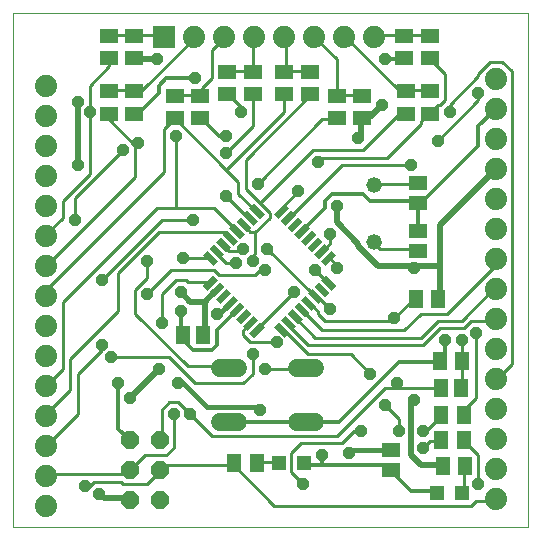
<source format=gtl>
G75*
%MOIN*%
%OFA0B0*%
%FSLAX25Y25*%
%IPPOS*%
%LPD*%
%AMOC8*
5,1,8,0,0,1.08239X$1,22.5*
%
%ADD10C,0.00000*%
%ADD11R,0.05906X0.05118*%
%ADD12R,0.05118X0.05906*%
%ADD13OC8,0.06102*%
%ADD14C,0.07400*%
%ADD15R,0.04724X0.04724*%
%ADD16R,0.05000X0.02200*%
%ADD17R,0.02200X0.05000*%
%ADD18C,0.05200*%
%ADD19R,0.05118X0.06299*%
%ADD20C,0.06000*%
%ADD21R,0.07400X0.07400*%
%ADD22R,0.06299X0.05118*%
%ADD23C,0.02000*%
%ADD24OC8,0.04000*%
%ADD25C,0.01200*%
%ADD26C,0.01600*%
%ADD27C,0.01000*%
D10*
X0001800Y0001800D02*
X0001800Y0173261D01*
X0173501Y0173261D01*
X0173501Y0001800D01*
X0001800Y0001800D01*
D11*
X0127800Y0020954D03*
X0127800Y0027646D03*
X0136800Y0093954D03*
X0136800Y0100646D03*
X0136800Y0109954D03*
X0136800Y0116646D03*
D12*
X0144454Y0048300D03*
X0151146Y0048300D03*
X0065146Y0065800D03*
X0058454Y0065800D03*
D13*
X0050800Y0030800D03*
X0050800Y0020800D03*
X0050800Y0010800D03*
X0040800Y0010800D03*
X0040800Y0020800D03*
X0040800Y0030800D03*
D14*
X0012800Y0028800D03*
X0012800Y0018800D03*
X0012800Y0008800D03*
X0012800Y0038800D03*
X0012800Y0048800D03*
X0012800Y0058800D03*
X0012800Y0068800D03*
X0012800Y0078800D03*
X0012800Y0088800D03*
X0012800Y0098800D03*
X0012800Y0108800D03*
X0012800Y0118800D03*
X0012800Y0128800D03*
X0012800Y0138800D03*
X0012800Y0148800D03*
X0062300Y0165300D03*
X0072300Y0165300D03*
X0082300Y0165300D03*
X0092300Y0165300D03*
X0102300Y0165300D03*
X0112300Y0165300D03*
X0122300Y0165300D03*
X0162800Y0151300D03*
X0162800Y0141300D03*
X0162800Y0131300D03*
X0162800Y0121300D03*
X0162800Y0111300D03*
X0162800Y0101300D03*
X0162800Y0091300D03*
X0162800Y0081300D03*
X0162800Y0071300D03*
X0162800Y0061300D03*
X0162800Y0051300D03*
X0162800Y0041300D03*
X0162800Y0031300D03*
X0162800Y0021300D03*
X0162800Y0011300D03*
D15*
X0151434Y0013300D03*
X0143166Y0013300D03*
X0098934Y0023300D03*
X0090666Y0023300D03*
D16*
G36*
X0080600Y0066566D02*
X0084134Y0070100D01*
X0085690Y0068544D01*
X0082156Y0065010D01*
X0080600Y0066566D01*
G37*
G36*
X0078373Y0068793D02*
X0081907Y0072327D01*
X0083463Y0070771D01*
X0079929Y0067237D01*
X0078373Y0068793D01*
G37*
G36*
X0076146Y0071020D02*
X0079680Y0074554D01*
X0081236Y0072998D01*
X0077702Y0069464D01*
X0076146Y0071020D01*
G37*
G36*
X0073918Y0073247D02*
X0077452Y0076781D01*
X0079008Y0075225D01*
X0075474Y0071691D01*
X0073918Y0073247D01*
G37*
G36*
X0071691Y0075474D02*
X0075225Y0079008D01*
X0076781Y0077452D01*
X0073247Y0073918D01*
X0071691Y0075474D01*
G37*
G36*
X0069464Y0077702D02*
X0072998Y0081236D01*
X0074554Y0079680D01*
X0071020Y0076146D01*
X0069464Y0077702D01*
G37*
G36*
X0067237Y0079929D02*
X0070771Y0083463D01*
X0072327Y0081907D01*
X0068793Y0078373D01*
X0067237Y0079929D01*
G37*
G36*
X0065010Y0082156D02*
X0068544Y0085690D01*
X0070100Y0084134D01*
X0066566Y0080600D01*
X0065010Y0082156D01*
G37*
G36*
X0088910Y0106056D02*
X0092444Y0109590D01*
X0094000Y0108034D01*
X0090466Y0104500D01*
X0088910Y0106056D01*
G37*
G36*
X0091137Y0103829D02*
X0094671Y0107363D01*
X0096227Y0105807D01*
X0092693Y0102273D01*
X0091137Y0103829D01*
G37*
G36*
X0093364Y0101602D02*
X0096898Y0105136D01*
X0098454Y0103580D01*
X0094920Y0100046D01*
X0093364Y0101602D01*
G37*
G36*
X0095592Y0099375D02*
X0099126Y0102909D01*
X0100682Y0101353D01*
X0097148Y0097819D01*
X0095592Y0099375D01*
G37*
G36*
X0097819Y0097148D02*
X0101353Y0100682D01*
X0102909Y0099126D01*
X0099375Y0095592D01*
X0097819Y0097148D01*
G37*
G36*
X0100046Y0094920D02*
X0103580Y0098454D01*
X0105136Y0096898D01*
X0101602Y0093364D01*
X0100046Y0094920D01*
G37*
G36*
X0102273Y0092693D02*
X0105807Y0096227D01*
X0107363Y0094671D01*
X0103829Y0091137D01*
X0102273Y0092693D01*
G37*
G36*
X0104500Y0090466D02*
X0108034Y0094000D01*
X0109590Y0092444D01*
X0106056Y0088910D01*
X0104500Y0090466D01*
G37*
D17*
G36*
X0104500Y0084134D02*
X0106056Y0085690D01*
X0109590Y0082156D01*
X0108034Y0080600D01*
X0104500Y0084134D01*
G37*
G36*
X0102273Y0081907D02*
X0103829Y0083463D01*
X0107363Y0079929D01*
X0105807Y0078373D01*
X0102273Y0081907D01*
G37*
G36*
X0100046Y0079680D02*
X0101602Y0081236D01*
X0105136Y0077702D01*
X0103580Y0076146D01*
X0100046Y0079680D01*
G37*
G36*
X0097819Y0077452D02*
X0099375Y0079008D01*
X0102909Y0075474D01*
X0101353Y0073918D01*
X0097819Y0077452D01*
G37*
G36*
X0095592Y0075225D02*
X0097148Y0076781D01*
X0100682Y0073247D01*
X0099126Y0071691D01*
X0095592Y0075225D01*
G37*
G36*
X0093364Y0072998D02*
X0094920Y0074554D01*
X0098454Y0071020D01*
X0096898Y0069464D01*
X0093364Y0072998D01*
G37*
G36*
X0091137Y0070771D02*
X0092693Y0072327D01*
X0096227Y0068793D01*
X0094671Y0067237D01*
X0091137Y0070771D01*
G37*
G36*
X0088910Y0068544D02*
X0090466Y0070100D01*
X0094000Y0066566D01*
X0092444Y0065010D01*
X0088910Y0068544D01*
G37*
G36*
X0065010Y0092444D02*
X0066566Y0094000D01*
X0070100Y0090466D01*
X0068544Y0088910D01*
X0065010Y0092444D01*
G37*
G36*
X0067237Y0094671D02*
X0068793Y0096227D01*
X0072327Y0092693D01*
X0070771Y0091137D01*
X0067237Y0094671D01*
G37*
G36*
X0069464Y0096898D02*
X0071020Y0098454D01*
X0074554Y0094920D01*
X0072998Y0093364D01*
X0069464Y0096898D01*
G37*
G36*
X0071691Y0099126D02*
X0073247Y0100682D01*
X0076781Y0097148D01*
X0075225Y0095592D01*
X0071691Y0099126D01*
G37*
G36*
X0073918Y0101353D02*
X0075474Y0102909D01*
X0079008Y0099375D01*
X0077452Y0097819D01*
X0073918Y0101353D01*
G37*
G36*
X0076146Y0103580D02*
X0077702Y0105136D01*
X0081236Y0101602D01*
X0079680Y0100046D01*
X0076146Y0103580D01*
G37*
G36*
X0078373Y0105807D02*
X0079929Y0107363D01*
X0083463Y0103829D01*
X0081907Y0102273D01*
X0078373Y0105807D01*
G37*
G36*
X0080600Y0108034D02*
X0082156Y0109590D01*
X0085690Y0106056D01*
X0084134Y0104500D01*
X0080600Y0108034D01*
G37*
D18*
X0122300Y0115800D03*
X0122300Y0096800D03*
D19*
X0136060Y0077800D03*
X0143540Y0077800D03*
X0144060Y0057300D03*
X0151540Y0057300D03*
X0152040Y0039300D03*
X0144560Y0039300D03*
X0144560Y0030800D03*
X0152040Y0030800D03*
X0152540Y0022300D03*
X0145060Y0022300D03*
X0083040Y0023300D03*
X0075560Y0023300D03*
D20*
X0077000Y0036900D02*
X0071000Y0036900D01*
X0071000Y0054700D02*
X0077000Y0054700D01*
X0096600Y0054700D02*
X0102600Y0054700D01*
X0102600Y0036900D02*
X0096600Y0036900D01*
D21*
X0052300Y0165300D03*
D22*
X0042300Y0165540D03*
X0042300Y0158060D03*
X0033800Y0158060D03*
X0033800Y0165540D03*
X0033800Y0147040D03*
X0033800Y0139560D03*
X0042300Y0139560D03*
X0042300Y0147040D03*
X0055800Y0145540D03*
X0055800Y0138060D03*
X0064300Y0138060D03*
X0064300Y0145540D03*
X0073300Y0146060D03*
X0073300Y0153540D03*
X0081800Y0153540D03*
X0081800Y0146060D03*
X0092300Y0146060D03*
X0092300Y0153540D03*
X0100800Y0153540D03*
X0100800Y0146060D03*
X0109800Y0145540D03*
X0109800Y0138060D03*
X0118300Y0138060D03*
X0118300Y0145540D03*
X0132800Y0147040D03*
X0132800Y0139560D03*
X0140800Y0139560D03*
X0140800Y0147040D03*
X0140800Y0158060D03*
X0140800Y0165540D03*
X0132300Y0165540D03*
X0132300Y0158060D03*
D23*
X0125000Y0142600D02*
X0121000Y0138600D01*
X0118600Y0138600D01*
X0118300Y0138060D01*
X0117800Y0137800D01*
X0117800Y0132200D01*
X0117000Y0131400D01*
X0109800Y0109000D02*
X0109800Y0103400D01*
X0117000Y0096200D01*
X0117000Y0095400D01*
X0123400Y0089000D01*
X0135400Y0089000D01*
X0135400Y0088200D01*
X0135400Y0089000D02*
X0144200Y0089000D01*
X0144200Y0077800D01*
X0143540Y0077800D01*
X0144200Y0089000D02*
X0144200Y0102600D01*
X0162600Y0121000D01*
X0162800Y0121300D01*
X0135400Y0044200D02*
X0134600Y0043400D01*
X0134600Y0025800D01*
X0137800Y0022600D01*
X0145000Y0022600D01*
X0145060Y0022300D01*
X0069782Y0080918D02*
X0069000Y0080200D01*
X0065800Y0077000D01*
X0061000Y0077000D01*
X0057800Y0080200D01*
X0065800Y0077000D02*
X0065800Y0065800D01*
X0065146Y0065800D01*
X0050600Y0054600D02*
X0041000Y0045000D01*
X0030600Y0013000D02*
X0032200Y0011400D01*
X0040200Y0011400D01*
X0040800Y0010800D01*
X0023400Y0122600D02*
X0023400Y0143400D01*
X0042300Y0158060D02*
X0042600Y0157800D01*
X0049800Y0157800D01*
D24*
X0049800Y0157800D03*
X0062600Y0151400D03*
X0077800Y0140200D03*
X0073000Y0132200D03*
X0073000Y0126600D03*
X0083400Y0116200D03*
X0073000Y0112200D03*
X0061800Y0104200D03*
X0058600Y0091400D03*
X0057800Y0080200D03*
X0057800Y0073800D03*
X0051400Y0069800D03*
X0046600Y0079400D03*
X0046600Y0090600D03*
X0031400Y0084200D03*
X0022600Y0104200D03*
X0023400Y0122600D03*
X0038600Y0127400D03*
X0043400Y0129800D03*
X0056200Y0132200D03*
X0027400Y0140200D03*
X0023400Y0143400D03*
X0076200Y0089800D03*
X0078600Y0094600D03*
X0081800Y0090600D03*
X0085800Y0087400D03*
X0086600Y0094600D03*
X0095400Y0080200D03*
X0102600Y0087400D03*
X0109800Y0088200D03*
X0107400Y0099400D03*
X0109800Y0109000D03*
X0097000Y0113800D03*
X0103400Y0123400D03*
X0117000Y0131400D03*
X0125000Y0142600D03*
X0125800Y0157800D03*
X0147400Y0140200D03*
X0143400Y0130600D03*
X0134600Y0122600D03*
X0157000Y0146600D03*
X0135400Y0088200D03*
X0129000Y0071400D03*
X0145800Y0064200D03*
X0151400Y0064200D03*
X0156200Y0066600D03*
X0135400Y0044200D03*
X0129800Y0049800D03*
X0125800Y0042600D03*
X0130600Y0033800D03*
X0138600Y0033800D03*
X0138600Y0028200D03*
X0157000Y0016200D03*
X0121000Y0053000D03*
X0117800Y0033800D03*
X0113800Y0026600D03*
X0105000Y0025800D03*
X0098600Y0016200D03*
X0084200Y0041000D03*
X0085800Y0054600D03*
X0081800Y0059400D03*
X0089800Y0063400D03*
X0107400Y0074600D03*
X0069800Y0073000D03*
X0050600Y0054600D03*
X0057000Y0049800D03*
X0055400Y0039400D03*
X0061000Y0039400D03*
X0041000Y0045000D03*
X0037000Y0049800D03*
X0034600Y0058600D03*
X0031400Y0062600D03*
X0025800Y0015400D03*
X0030600Y0013000D03*
D25*
X0040800Y0030800D02*
X0037000Y0034600D01*
X0037000Y0049800D01*
X0058600Y0064200D02*
X0058600Y0065800D01*
X0058454Y0065800D01*
X0057800Y0065800D01*
X0057800Y0073800D01*
X0058600Y0064200D02*
X0061800Y0061000D01*
X0068200Y0061000D01*
X0069800Y0062600D01*
X0069800Y0067400D01*
X0076200Y0073800D01*
X0076463Y0074236D01*
X0098137Y0100364D02*
X0098600Y0101000D01*
X0105800Y0108200D01*
X0105800Y0110600D01*
X0108200Y0113000D01*
X0118600Y0113000D01*
X0121000Y0110600D01*
X0136200Y0110600D01*
X0136800Y0109954D01*
X0137000Y0110600D01*
X0138600Y0110600D01*
X0157000Y0129000D01*
X0157000Y0135400D01*
X0162600Y0141000D01*
X0162800Y0141300D01*
X0132200Y0157800D02*
X0132300Y0158060D01*
X0132200Y0157800D02*
X0125800Y0157800D01*
X0136800Y0109954D02*
X0137000Y0109800D01*
X0137000Y0101000D01*
X0136800Y0100646D01*
X0145800Y0064200D02*
X0145800Y0059400D01*
X0144200Y0057800D01*
X0144060Y0057300D01*
X0143400Y0057000D01*
X0130600Y0057000D01*
X0110600Y0037000D01*
X0100200Y0037000D01*
X0099600Y0036900D01*
X0099400Y0037000D01*
X0074600Y0037000D01*
X0074000Y0036900D01*
X0098934Y0023300D02*
X0099400Y0022600D01*
X0105000Y0022600D01*
X0105000Y0025800D01*
X0105000Y0022600D02*
X0125800Y0022600D01*
X0127400Y0021000D01*
X0127800Y0020954D01*
X0128200Y0020200D01*
X0134600Y0013800D01*
X0142600Y0013800D01*
X0143166Y0013300D01*
X0044200Y0140200D02*
X0042600Y0140200D01*
X0042300Y0139560D01*
X0044200Y0140200D02*
X0050600Y0146600D01*
X0050600Y0149000D01*
X0053000Y0151400D01*
X0062600Y0151400D01*
D26*
X0074236Y0076463D02*
X0073800Y0076200D01*
X0070600Y0073000D01*
X0069800Y0073000D01*
X0058600Y0049800D02*
X0057000Y0049800D01*
X0058600Y0049800D02*
X0066600Y0041800D01*
X0083400Y0041800D01*
X0084200Y0041000D01*
X0113800Y0026600D02*
X0114600Y0027400D01*
X0127400Y0027400D01*
X0127800Y0027646D01*
D27*
X0130600Y0033800D02*
X0130600Y0037800D01*
X0125800Y0042600D01*
X0125800Y0048200D02*
X0109800Y0032200D01*
X0068200Y0032200D01*
X0061000Y0039400D01*
X0057000Y0043400D01*
X0053800Y0043400D01*
X0051400Y0041000D01*
X0051400Y0031400D01*
X0050800Y0030800D01*
X0055400Y0028200D02*
X0053000Y0025800D01*
X0045800Y0025800D01*
X0040800Y0020800D01*
X0039400Y0019400D01*
X0013000Y0019400D01*
X0012800Y0018800D01*
X0012800Y0028800D02*
X0023400Y0039400D01*
X0023400Y0053000D01*
X0031400Y0061000D01*
X0031400Y0062600D01*
X0034600Y0058600D02*
X0053800Y0058600D01*
X0062600Y0049800D01*
X0078600Y0049800D01*
X0081800Y0053000D01*
X0081800Y0059400D01*
X0081000Y0063400D02*
X0089800Y0063400D01*
X0091455Y0067555D02*
X0092200Y0067400D01*
X0100200Y0059400D01*
X0114600Y0059400D01*
X0121000Y0053000D01*
X0125800Y0048200D02*
X0129800Y0048200D01*
X0129800Y0049800D01*
X0129800Y0048200D02*
X0144200Y0048200D01*
X0144454Y0048300D01*
X0151146Y0048300D02*
X0151400Y0049000D01*
X0151400Y0057000D01*
X0151540Y0057300D01*
X0151400Y0057800D01*
X0151400Y0064200D01*
X0152200Y0068200D02*
X0154600Y0070600D01*
X0162600Y0070600D01*
X0162800Y0071300D01*
X0156200Y0066600D02*
X0156200Y0045000D01*
X0152200Y0041000D01*
X0152200Y0039400D01*
X0152040Y0039300D01*
X0144560Y0039300D02*
X0144200Y0038600D01*
X0139400Y0033800D01*
X0138600Y0033800D01*
X0141000Y0030600D02*
X0138600Y0028200D01*
X0141000Y0030600D02*
X0144200Y0030600D01*
X0144560Y0030800D01*
X0152040Y0030800D02*
X0152200Y0030600D01*
X0157000Y0025800D01*
X0157000Y0016200D01*
X0152200Y0013800D02*
X0151434Y0013300D01*
X0152200Y0013800D02*
X0152200Y0021800D01*
X0152540Y0022300D01*
X0162800Y0011300D02*
X0162600Y0010600D01*
X0156200Y0010600D01*
X0154600Y0009000D01*
X0089000Y0009000D01*
X0075400Y0022600D01*
X0075560Y0023300D01*
X0075400Y0022600D02*
X0053000Y0022600D01*
X0051400Y0021000D01*
X0050800Y0020800D01*
X0050600Y0020200D01*
X0046600Y0016200D01*
X0038600Y0016200D01*
X0037800Y0017000D01*
X0029000Y0017000D01*
X0027400Y0015400D01*
X0025800Y0015400D01*
X0012800Y0038800D02*
X0013000Y0039400D01*
X0021000Y0047400D01*
X0021000Y0057800D01*
X0037000Y0073800D01*
X0037000Y0086600D01*
X0050600Y0100200D01*
X0072200Y0100200D01*
X0073800Y0098600D01*
X0074236Y0098137D01*
X0076463Y0100364D02*
X0076200Y0101000D01*
X0069000Y0108200D01*
X0056200Y0108200D01*
X0056200Y0132200D01*
X0052200Y0134600D02*
X0055400Y0137800D01*
X0055800Y0138060D01*
X0056200Y0137800D01*
X0073000Y0121000D01*
X0092200Y0140200D01*
X0092200Y0145800D01*
X0092300Y0146060D01*
X0092300Y0153540D02*
X0093000Y0153800D01*
X0093000Y0165000D01*
X0092300Y0165300D01*
X0082300Y0165300D02*
X0081800Y0165000D01*
X0081800Y0153800D01*
X0081800Y0153540D01*
X0081800Y0153800D02*
X0073800Y0153800D01*
X0073300Y0153540D01*
X0068200Y0151400D02*
X0068200Y0161000D01*
X0072200Y0165000D01*
X0072300Y0165300D01*
X0062600Y0165000D02*
X0062300Y0165300D01*
X0062600Y0165000D02*
X0045000Y0147400D01*
X0042600Y0147400D01*
X0042300Y0147040D01*
X0041800Y0147400D01*
X0033800Y0147400D01*
X0033800Y0147040D01*
X0027400Y0149000D02*
X0027400Y0140200D01*
X0027400Y0119400D01*
X0018600Y0110600D01*
X0018600Y0105000D01*
X0013000Y0099400D01*
X0012800Y0098800D01*
X0012800Y0088800D02*
X0042600Y0118600D01*
X0042600Y0129000D01*
X0043400Y0129800D01*
X0042600Y0129000D02*
X0033800Y0137800D01*
X0033800Y0139560D01*
X0027400Y0149000D02*
X0033800Y0155400D01*
X0033800Y0158060D01*
X0033800Y0165540D02*
X0033800Y0165800D01*
X0041800Y0165800D01*
X0042300Y0165540D01*
X0042600Y0165800D01*
X0052200Y0165800D01*
X0052300Y0165300D01*
X0068200Y0151400D02*
X0065000Y0148200D01*
X0065000Y0145800D01*
X0064300Y0145540D01*
X0064200Y0145800D01*
X0056200Y0145800D01*
X0055800Y0145540D01*
X0064300Y0138060D02*
X0065000Y0137800D01*
X0070600Y0132200D01*
X0073000Y0132200D01*
X0073000Y0126600D02*
X0081800Y0135400D01*
X0081800Y0146060D01*
X0077800Y0141800D02*
X0073800Y0145800D01*
X0073300Y0146060D01*
X0077800Y0141800D02*
X0077800Y0140200D01*
X0079400Y0124200D02*
X0101000Y0145800D01*
X0100800Y0146060D01*
X0100800Y0153540D02*
X0100200Y0153800D01*
X0093000Y0153800D01*
X0102300Y0165300D02*
X0109800Y0157800D01*
X0109800Y0145800D01*
X0109800Y0145540D01*
X0109800Y0145800D02*
X0117800Y0145800D01*
X0118300Y0145540D01*
X0109800Y0138060D02*
X0109800Y0137800D01*
X0105000Y0137800D01*
X0083400Y0116200D01*
X0079400Y0114600D02*
X0079400Y0124200D01*
X0073000Y0121000D02*
X0077000Y0117000D01*
X0077000Y0113000D01*
X0082600Y0107400D01*
X0083145Y0107045D01*
X0084200Y0109800D02*
X0101800Y0127400D01*
X0118600Y0127400D01*
X0130600Y0139400D01*
X0132200Y0139400D01*
X0132800Y0139560D01*
X0137800Y0137000D02*
X0137800Y0136200D01*
X0126600Y0125000D01*
X0105000Y0125000D01*
X0103400Y0123400D01*
X0111400Y0122600D02*
X0134600Y0122600D01*
X0136800Y0116646D02*
X0136200Y0116200D01*
X0122600Y0116200D01*
X0122300Y0115800D01*
X0111400Y0122600D02*
X0093800Y0105000D01*
X0093682Y0104818D01*
X0092200Y0107400D02*
X0091455Y0107045D01*
X0092200Y0107400D02*
X0092200Y0109000D01*
X0097000Y0113800D01*
X0087400Y0106600D02*
X0087400Y0105000D01*
X0082600Y0100200D01*
X0082600Y0093000D01*
X0081800Y0092200D01*
X0081800Y0090600D01*
X0084200Y0087400D02*
X0082600Y0085800D01*
X0070600Y0085800D01*
X0069000Y0087400D01*
X0054600Y0087400D01*
X0046600Y0079400D01*
X0042600Y0081000D02*
X0042600Y0073000D01*
X0060200Y0055400D01*
X0073800Y0055400D01*
X0074000Y0054700D01*
X0081000Y0063400D02*
X0078600Y0065800D01*
X0078600Y0067400D01*
X0080200Y0069000D01*
X0080918Y0069782D01*
X0083400Y0068200D02*
X0083145Y0067555D01*
X0083400Y0068200D02*
X0095400Y0080200D01*
X0100364Y0076463D02*
X0101000Y0076200D01*
X0103400Y0073800D01*
X0103400Y0073000D01*
X0105800Y0070600D01*
X0128200Y0070600D01*
X0129000Y0071400D01*
X0135400Y0077800D01*
X0136060Y0077800D01*
X0137800Y0073000D02*
X0146600Y0073000D01*
X0162600Y0089000D01*
X0162600Y0090600D01*
X0162800Y0091300D01*
X0162600Y0081800D02*
X0162800Y0081300D01*
X0162600Y0081800D02*
X0151400Y0070600D01*
X0143400Y0070600D01*
X0137800Y0065000D01*
X0102600Y0065000D01*
X0096200Y0071400D01*
X0095909Y0072009D01*
X0093682Y0069782D02*
X0093800Y0069000D01*
X0100200Y0062600D01*
X0138600Y0062600D01*
X0144200Y0068200D01*
X0152200Y0068200D01*
X0137800Y0073000D02*
X0132200Y0067400D01*
X0105000Y0067400D01*
X0098600Y0073800D01*
X0098137Y0074236D01*
X0102591Y0078691D02*
X0102600Y0079400D01*
X0107400Y0074600D01*
X0102591Y0078691D02*
X0101800Y0079400D01*
X0086600Y0094600D01*
X0082600Y0100200D02*
X0081000Y0100200D01*
X0079400Y0101800D01*
X0078691Y0102591D01*
X0080200Y0105000D02*
X0080918Y0104818D01*
X0080200Y0105000D02*
X0073000Y0112200D01*
X0079400Y0114600D02*
X0084200Y0109800D01*
X0087400Y0106600D01*
X0078600Y0094600D02*
X0077800Y0093800D01*
X0073800Y0093800D01*
X0072200Y0095400D01*
X0072009Y0095909D01*
X0069782Y0093682D02*
X0069800Y0093000D01*
X0073000Y0089800D01*
X0076200Y0089800D01*
X0084200Y0087400D02*
X0085800Y0087400D01*
X0102600Y0087400D02*
X0106600Y0083400D01*
X0107045Y0083145D01*
X0109800Y0088200D02*
X0109800Y0089000D01*
X0107400Y0091400D01*
X0107045Y0091455D01*
X0105000Y0093800D02*
X0104818Y0093682D01*
X0105000Y0093800D02*
X0107400Y0096200D01*
X0107400Y0099400D01*
X0122300Y0096800D02*
X0122600Y0096200D01*
X0124200Y0094600D01*
X0136200Y0094600D01*
X0136800Y0093954D01*
X0143400Y0130600D02*
X0157000Y0144200D01*
X0157000Y0146600D01*
X0157000Y0152200D02*
X0157000Y0153000D01*
X0161000Y0157000D01*
X0165000Y0157000D01*
X0168200Y0153800D01*
X0168200Y0056200D01*
X0163400Y0051400D01*
X0162800Y0051300D01*
X0117800Y0033800D02*
X0115400Y0033800D01*
X0111400Y0029800D01*
X0097800Y0029800D01*
X0094600Y0026600D01*
X0094600Y0020200D01*
X0098600Y0016200D01*
X0090666Y0023300D02*
X0090600Y0023400D01*
X0083400Y0023400D01*
X0083040Y0023300D01*
X0055400Y0028200D02*
X0055400Y0039400D01*
X0051400Y0069800D02*
X0051400Y0079400D01*
X0056200Y0084200D01*
X0059400Y0084200D01*
X0060200Y0083400D01*
X0067400Y0083400D01*
X0067555Y0083145D01*
X0067400Y0091400D02*
X0067555Y0091455D01*
X0067400Y0091400D02*
X0058600Y0091400D01*
X0046600Y0090600D02*
X0046600Y0085000D01*
X0042600Y0081000D01*
X0031400Y0084200D02*
X0051400Y0104200D01*
X0061800Y0104200D01*
X0056200Y0108200D02*
X0049800Y0108200D01*
X0018600Y0077000D01*
X0018600Y0054600D01*
X0012800Y0048800D01*
X0012800Y0078800D02*
X0013000Y0079400D01*
X0013000Y0081000D01*
X0052200Y0120200D01*
X0052200Y0134600D01*
X0038600Y0127400D02*
X0022600Y0111400D01*
X0022600Y0104200D01*
X0085800Y0054600D02*
X0099400Y0054600D01*
X0099600Y0054700D01*
X0137800Y0137000D02*
X0140200Y0139400D01*
X0140800Y0139560D01*
X0141000Y0140200D01*
X0143400Y0142600D01*
X0144200Y0142600D01*
X0145800Y0144200D01*
X0145800Y0153000D01*
X0141000Y0157800D01*
X0140800Y0158060D01*
X0140800Y0165540D02*
X0140200Y0165800D01*
X0133000Y0165800D01*
X0132300Y0165540D01*
X0132200Y0165800D01*
X0122600Y0165800D01*
X0122300Y0165300D01*
X0113000Y0165000D02*
X0112300Y0165300D01*
X0113000Y0165000D02*
X0130600Y0147400D01*
X0132200Y0147400D01*
X0132800Y0147040D01*
X0133000Y0147400D01*
X0140200Y0147400D01*
X0140800Y0147040D01*
X0147400Y0142600D02*
X0147400Y0140200D01*
X0147400Y0142600D02*
X0157000Y0152200D01*
M02*

</source>
